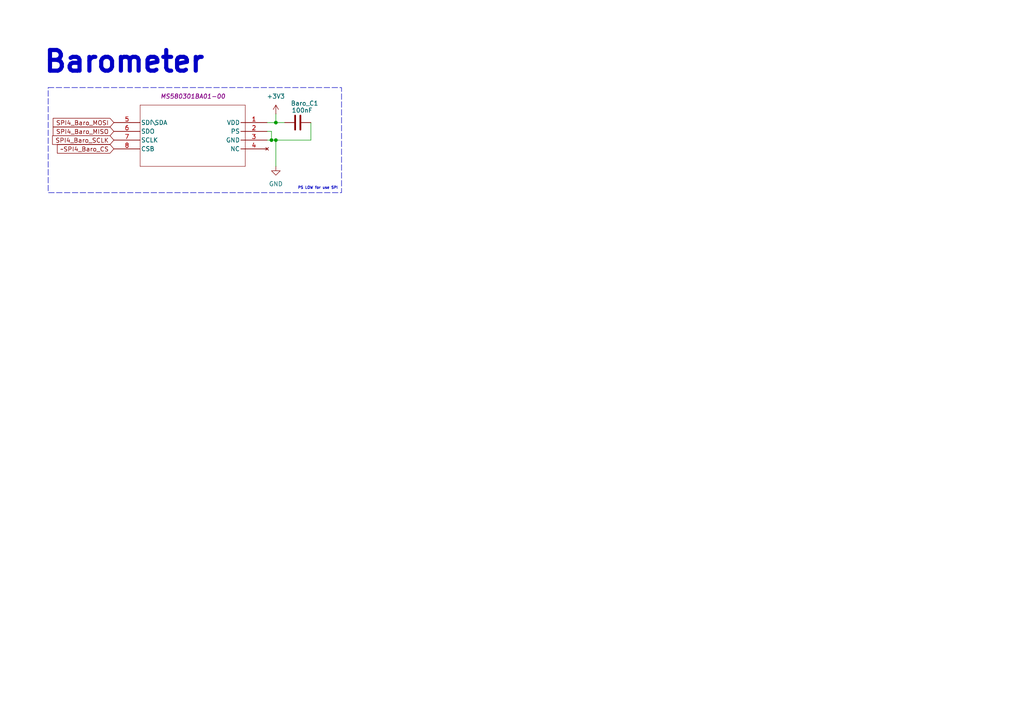
<source format=kicad_sch>
(kicad_sch (version 20231120) (generator "eeschema") (generator_version "8.0")
  (paper "A4")
  (title_block (title "Barometer") (date "2024-11-09") (company "GAUL"))
  (lib_symbols
    (symbol "Device:C" (pin_numbers hide) (pin_names (offset 0.254))
      (property "Reference" "C" (at 0.635 2.54 0))
      (property "Value" "C" (at 0.635 -2.54 0))
      (symbol "C_0_1"
        (polyline (pts (xy -2.032 -0.762) (xy 2.032 -0.762)) (stroke (width 0.508)))
        (polyline (pts (xy -2.032 0.762) (xy 2.032 0.762)) (stroke (width 0.508)))
      )
      (symbol "C_1_1"
        (pin passive line (at 0 3.81 270) (length 2.794) (name "~") (number "1"))
        (pin passive line (at 0 -3.81 90) (length 2.794) (name "~") (number "2"))
      )
    )
    (symbol "ODB_Lib:MS580301BA01-00" (pin_names (offset 0.254))
      (property "Datasheet" "MS580301BA01-00" (at 22.606 3.556 0))
      (symbol "MS580301BA01-00_0_1"
        (polyline (pts (xy 7.62 -12.7) (xy 38.1 -12.7)) (stroke (width 0.127)))
        (polyline (pts (xy 7.62 5.08) (xy 7.62 -12.7)) (stroke (width 0.127)))
        (polyline (pts (xy 38.1 -12.7) (xy 38.1 5.08)) (stroke (width 0.127)))
        (polyline (pts (xy 38.1 5.08) (xy 7.62 5.08)) (stroke (width 0.127)))
        (pin no_connect line (at 44.45 -7.62 180) (length 7.62) (name "NC") (number "4"))
      )
      (symbol "MS580301BA01-00_1_1"
        (pin power_in line (at 44.45 0 180) (length 7.62) (name "VDD") (number "1"))
        (pin input line (at 44.45 -2.54 180) (length 7.62) (name "PS") (number "2"))
        (pin power_out line (at 44.45 -5.08 180) (length 7.62) (name "GND") (number "3"))
        (pin input line (at 0 0 0) (length 7.62) (name "SDI\\SDA") (number "5"))
        (pin output line (at 0 -2.54 0) (length 7.62) (name "SDO") (number "6"))
        (pin input line (at 0 -5.08 0) (length 7.62) (name "SCLK") (number "7"))
        (pin input line (at 0 -7.62 0) (length 7.62) (name "CSB") (number "8"))
      )
    )
    (symbol "power:+3V3" (power) (pin_numbers hide) (pin_names (offset 0) hide)
      (property "Value" "+3V3" (at 0 3.556 0))
      (symbol "+3V3_0_1"
        (polyline (pts (xy -0.762 1.27) (xy 0 2.54)))
        (polyline (pts (xy 0 0) (xy 0 2.54)))
        (polyline (pts (xy 0 2.54) (xy 0.762 1.27)))
      )
      (symbol "+3V3_1_1"
        (pin power_in line (at 0 0 90) (length 0) (name "~") (number "1"))
      )
    )
    (symbol "power:GND" (power) (pin_numbers hide) (pin_names (offset 0) hide)
      (property "Value" "GND" (at 0 -3.81 0))
      (symbol "GND_0_1"
        (polyline (pts (xy 0 0) (xy 0 -1.27) (xy 1.27 -1.27) (xy 0 -2.54) (xy -1.27 -1.27) (xy 0 -1.27)))
      )
      (symbol "GND_1_1"
        (pin power_in line (at 0 0 270) (length 0) (name "~") (number "1"))
      )
    )
  )
  (junction (at 80.01 40.64))
  (junction (at 78.74 40.64))
  (junction (at 80.01 35.56))
  (wire (pts (xy 77.47 40.64) (xy 78.74 40.64)))
  (wire (pts (xy 78.74 40.64) (xy 80.01 40.64)))
  (wire (pts (xy 90.17 40.64) (xy 80.01 40.64)))
  (wire (pts (xy 77.47 35.56) (xy 80.01 35.56)))
  (wire (pts (xy 78.74 38.1) (xy 78.74 40.64)))
  (wire (pts (xy 80.01 40.64) (xy 80.01 48.26)))
  (wire (pts (xy 80.01 33.02) (xy 80.01 35.56)))
  (wire (pts (xy 77.47 38.1) (xy 78.74 38.1)))
  (wire (pts (xy 90.17 35.56) (xy 90.17 40.64)))
  (wire (pts (xy 80.01 35.56) (xy 82.55 35.56)))
  (rectangle (start 13.97 25.4) (end 99.06 55.88) (stroke (width 0) (type dash)))
  (text "PS LOW for use SPI" (at 92.202 54.61 0) (effects (font (size 0.762 0.762))))
  (text "Barometer" (at 36.068 18.034 0) (effects (font (size 6 6) (thickness 1.2) (bold yes))))
  (global_label "SPI4_Baro_SCLK" (shape input) (at 33.02 40.64 180) (property "Intersheetrefs" "${INTERSHEET_REFS}" (effects (hide yes))))
  (global_label "SPI4_Baro_MISO" (shape input) (at 33.02 38.1 180) (property "Intersheetrefs" "${INTERSHEET_REFS}" (effects (hide yes))))
  (global_label "~SPI4_Baro_CS" (shape input) (at 33.02 43.18 180) (property "Intersheetrefs" "${INTERSHEET_REFS}" (effects (hide yes))))
  (global_label "SPI4_Baro_MOSI" (shape input) (at 33.02 35.56 180) (property "Intersheetrefs" "${INTERSHEET_REFS}" (effects (hide yes))))
  (symbol (lib_id "power:+3V3") (at 80.01 33.02 0) (unit 1)
    (property "Reference" "#PWR057" (effects (hide yes)))
    (property "Value" "+3V3" (at 80.01 27.94 0))
    (property "Description" "Power symbol creates a global label with name \"+3V3\"" (effects (hide yes)))
  )
  (symbol (lib_id "power:GND") (at 80.01 48.26 0) (unit 1)
    (property "Reference" "#PWR058" (effects (hide yes)))
    (property "Value" "GND" (at 80.01 53.34 0))
    (property "Description" "Power symbol creates a global label with name \"GND\" , ground" (effects (hide yes)))
  )
  (symbol (lib_id "ODB_Lib:MS580301BA01-00") (at 33.02 35.56 0) (unit 1)
    (property "Reference" "U7" (effects (hide yes)))
    (property "Value" "MS580301BA01-00" (effects (hide yes)))
    (property "Footprint" "MS5803-01BA01_TEC" (effects (hide yes)))
    (property "Datasheet" "MS580301BA01-00" (at 55.88 27.94 0) (effects (font (italic yes))))
  )
  (symbol (lib_id "Device:C") (at 86.36 35.56 270) (mirror x) (unit 1)
    (property "Reference" "Baro_C1" (at 84.328 29.972 90) (effects (justify left)))
    (property "Value" "100nF" (at 84.582 32.004 90) (effects (justify left)))
    (property "Description" "Unpolarized capacitor" (effects (hide yes)))
  )
)
</source>
